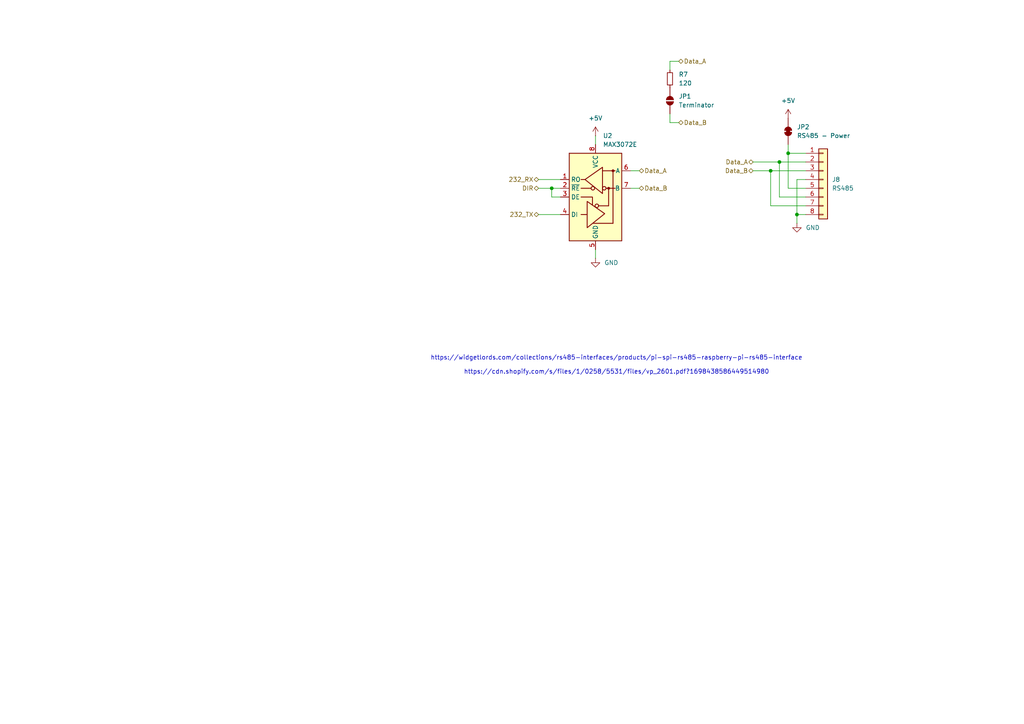
<source format=kicad_sch>
(kicad_sch (version 20250114) (generator "eeschema") (generator_version "9.0")
  (paper "A4")
  (lib_symbols
    (symbol "Connector_Generic:Conn_01x08" (pin_names (offset 1.016) (hide yes))
      (property "Reference" "J" (at 0 10.16 0))
      (property "Value" "Conn_01x08" (at 0 -12.7 0))
      (symbol "Conn_01x08_1_1"
        (rectangle (start -1.27 8.89) (end 1.27 -11.43) (stroke (width 0.254)) (fill (type background)))
        (rectangle (start -1.27 7.747) (end 0 7.493) (stroke (width 0.1524)))
        (rectangle (start -1.27 5.207) (end 0 4.953) (stroke (width 0.1524)))
        (rectangle (start -1.27 2.667) (end 0 2.413) (stroke (width 0.1524)))
        (rectangle (start -1.27 0.127) (end 0 -0.127) (stroke (width 0.1524)))
        (rectangle (start -1.27 -2.413) (end 0 -2.667) (stroke (width 0.1524)))
        (rectangle (start -1.27 -4.953) (end 0 -5.207) (stroke (width 0.1524)))
        (rectangle (start -1.27 -7.493) (end 0 -7.747) (stroke (width 0.1524)))
        (rectangle (start -1.27 -10.033) (end 0 -10.287) (stroke (width 0.1524)))
        (pin passive line (at -5.08 7.62 0) (length 3.81) (name "Pin_1") (number "1"))
        (pin passive line (at -5.08 5.08 0) (length 3.81) (name "Pin_2") (number "2"))
        (pin passive line (at -5.08 2.54 0) (length 3.81) (name "Pin_3") (number "3"))
        (pin passive line (at -5.08 0 0) (length 3.81) (name "Pin_4") (number "4"))
        (pin passive line (at -5.08 -2.54 0) (length 3.81) (name "Pin_5") (number "5"))
        (pin passive line (at -5.08 -5.08 0) (length 3.81) (name "Pin_6") (number "6"))
        (pin passive line (at -5.08 -7.62 0) (length 3.81) (name "Pin_7") (number "7"))
        (pin passive line (at -5.08 -10.16 0) (length 3.81) (name "Pin_8") (number "8"))
      )
    )
    (symbol "Device:R_Small" (pin_numbers (hide yes)) (pin_names (offset 0.254) (hide yes))
      (property "Reference" "R" (at 0 0 90))
      (property "Value" "R_Small" (at 1.778 0 90))
      (symbol "R_Small_0_1"
        (rectangle (start -0.762 1.778) (end 0.762 -1.778) (stroke (width 0.2032)))
      )
      (symbol "R_Small_1_1"
        (pin passive line (at 0 2.54 270) (length 0.762) (name "~") (number "1"))
        (pin passive line (at 0 -2.54 90) (length 0.762) (name "~") (number "2"))
      )
    )
    (symbol "Interface_UART:MAX3072E"
      (property "Reference" "U" (at -7.62 13.97 0))
      (property "Value" "MAX3072E" (at 2.54 13.97 0))
      (symbol "MAX3072E_0_1"
        (rectangle (start -7.62 12.7) (end 7.62 -12.7) (stroke (width 0.254)) (fill (type background)))
        (polyline (pts (xy -4.191 2.54) (xy -1.27 2.54)) (stroke (width 0.254)))
        (polyline (pts (xy -4.191 0) (xy -0.889 0) (xy -0.889 -2.286)) (stroke (width 0.254)))
        (polyline (pts (xy -3.175 5.08) (xy -4.191 5.08) (xy -4.064 5.08)) (stroke (width 0.254)))
        (polyline (pts (xy -2.54 -5.08) (xy -4.191 -5.08)) (stroke (width 0.254)))
        (polyline (pts (xy -2.413 -5.08) (xy -2.413 -1.27) (xy 2.667 -4.826) (xy -2.413 -8.89) (xy -2.413 -5.08)) (stroke (width 0.254)))
        (polyline (pts (xy -0.635 -7.62) (xy 5.08 -7.62)) (stroke (width 0.254)))
        (circle (center 0.381 -2.54) (radius 0.508) (stroke (width 0.254)))
        (polyline (pts (xy 0.889 -2.54) (xy 3.81 -2.54)) (stroke (width 0.254)))
        (polyline (pts (xy 2.032 7.62) (xy 5.715 7.62)) (stroke (width 0.254)))
        (polyline (pts (xy 3.048 2.54) (xy 5.715 2.54)) (stroke (width 0.254)))
        (circle (center 3.81 2.54) (radius 0.2794) (stroke (width 0.254)) (fill (type outline)))
        (polyline (pts (xy 3.81 -2.54) (xy 3.81 2.54)) (stroke (width 0.254)))
        (polyline (pts (xy 5.08 -7.62) (xy 5.08 7.62)) (stroke (width 0.254)))
      )
      (symbol "MAX3072E_1_1"
        (circle (center -0.762 2.54) (radius 0.508) (stroke (width 0.254)))
        (polyline (pts (xy 2.032 4.826) (xy 2.032 8.636) (xy -3.048 5.08) (xy 2.032 1.016) (xy 2.032 4.826)) (stroke (width 0.254)))
        (circle (center 2.54 2.54) (radius 0.508) (stroke (width 0.254)))
        (circle (center 5.08 7.62) (radius 0.2794) (stroke (width 0.254)) (fill (type outline)))
        (pin output line (at -10.16 5.08 0) (length 2.54) (name "RO") (number "1"))
        (pin input line (at -10.16 2.54 0) (length 2.54) (name "~{RE}") (number "2"))
        (pin input line (at -10.16 0 0) (length 2.54) (name "DE") (number "3"))
        (pin input line (at -10.16 -5.08 0) (length 2.54) (name "DI") (number "4"))
        (pin power_in line (at 0 15.24 270) (length 2.54) (name "VCC") (number "8"))
        (pin power_in line (at 0 -15.24 90) (length 2.54) (name "GND") (number "5"))
        (pin bidirectional line (at 10.16 7.62 180) (length 2.54) (name "A") (number "6"))
        (pin bidirectional line (at 10.16 2.54 180) (length 2.54) (name "B") (number "7"))
      )
    )
    (symbol "Jumper:SolderJumper_2_Bridged" (pin_numbers (hide yes)) (pin_names (offset 0) (hide yes)) (in_bom no)
      (property "Reference" "JP" (at 0 2.032 0))
      (property "Value" "SolderJumper_2_Bridged" (at 0 -2.54 0))
      (symbol "SolderJumper_2_Bridged_0_1"
        (rectangle (start -0.508 0.508) (end 0.508 -0.508) (fill (type outline)))
        (polyline (pts (xy -0.254 1.016) (xy -0.254 -1.016)))
        (arc (start -0.254 -1.016) (mid -1.2656 0) (end -0.254 1.016))
        (arc (start -0.254 -1.016) (mid -1.2656 0) (end -0.254 1.016) (fill (type outline)))
        (arc (start 0.254 1.016) (mid 1.2656 0) (end 0.254 -1.016))
        (arc (start 0.254 1.016) (mid 1.2656 0) (end 0.254 -1.016) (fill (type outline)))
        (polyline (pts (xy 0.254 1.016) (xy 0.254 -1.016)))
      )
      (symbol "SolderJumper_2_Bridged_1_1"
        (pin passive line (at -3.81 0 0) (length 2.54) (name "A") (number "1"))
        (pin passive line (at 3.81 0 180) (length 2.54) (name "B") (number "2"))
      )
    )
    (symbol "Jumper:SolderJumper_2_Open" (pin_numbers (hide yes)) (pin_names (offset 0) (hide yes)) (in_bom no)
      (property "Reference" "JP" (at 0 2.032 0))
      (property "Value" "SolderJumper_2_Open" (at 0 -2.54 0))
      (symbol "SolderJumper_2_Open_0_1"
        (polyline (pts (xy -0.254 1.016) (xy -0.254 -1.016)))
        (arc (start -0.254 -1.016) (mid -1.2656 0) (end -0.254 1.016))
        (arc (start -0.254 -1.016) (mid -1.2656 0) (end -0.254 1.016) (fill (type outline)))
        (arc (start 0.254 1.016) (mid 1.2656 0) (end 0.254 -1.016))
        (arc (start 0.254 1.016) (mid 1.2656 0) (end 0.254 -1.016) (fill (type outline)))
        (polyline (pts (xy 0.254 1.016) (xy 0.254 -1.016)))
      )
      (symbol "SolderJumper_2_Open_1_1"
        (pin passive line (at -3.81 0 0) (length 2.54) (name "A") (number "1"))
        (pin passive line (at 3.81 0 180) (length 2.54) (name "B") (number "2"))
      )
    )
    (symbol "power:+5V" (power) (pin_numbers (hide yes)) (pin_names (offset 0) (hide yes))
      (property "Value" "+5V" (at 0 3.556 0))
      (symbol "+5V_0_1"
        (polyline (pts (xy -0.762 1.27) (xy 0 2.54)))
        (polyline (pts (xy 0 2.54) (xy 0.762 1.27)))
        (polyline (pts (xy 0 0) (xy 0 2.54)))
      )
      (symbol "+5V_1_1"
        (pin power_in line (at 0 0 90) (length 0) (name "~") (number "1"))
      )
    )
    (symbol "power:GND" (power) (pin_numbers (hide yes)) (pin_names (offset 0) (hide yes))
      (property "Value" "GND" (at 0 -3.81 0))
      (symbol "GND_0_1"
        (polyline (pts (xy 0 0) (xy 0 -1.27) (xy 1.27 -1.27) (xy 0 -2.54) (xy -1.27 -1.27) (xy 0 -1.27)))
      )
      (symbol "GND_1_1"
        (pin power_in line (at 0 0 270) (length 0) (name "~") (number "1"))
      )
    )
  )
  (text "https://widgetlords.com/collections/rs485-interfaces/products/pi-spi-rs485-raspberry-pi-rs485-interface\n\nhttps://cdn.shopify.com/s/files/1/0258/5531/files/vp_2601.pdf?1698438586449514980" (at 178.816 105.918 0) (effects (font (size 1.27 1.27))))
  (junction (at 223.52 49.53))
  (junction (at 231.14 62.23))
  (junction (at 226.06 46.99))
  (junction (at 228.6 44.45))
  (junction (at 160.02 54.61))
  (wire (pts (xy 223.52 49.53) (xy 233.68 49.53)))
  (wire (pts (xy 233.68 59.69) (xy 223.52 59.69)))
  (wire (pts (xy 228.6 44.45) (xy 233.68 44.45)))
  (wire (pts (xy 228.6 44.45) (xy 228.6 41.91)))
  (wire (pts (xy 233.68 62.23) (xy 231.14 62.23)))
  (wire (pts (xy 218.44 46.99) (xy 226.06 46.99)))
  (wire (pts (xy 172.72 39.37) (xy 172.72 41.91)))
  (wire (pts (xy 160.02 54.61) (xy 160.02 57.15)))
  (wire (pts (xy 223.52 49.53) (xy 223.52 59.69)))
  (wire (pts (xy 233.68 52.07) (xy 231.14 52.07)))
  (wire (pts (xy 182.88 49.53) (xy 185.42 49.53)))
  (wire (pts (xy 233.68 57.15) (xy 226.06 57.15)))
  (wire (pts (xy 156.21 54.61) (xy 160.02 54.61)))
  (wire (pts (xy 228.6 54.61) (xy 228.6 44.45)))
  (wire (pts (xy 160.02 54.61) (xy 162.56 54.61)))
  (wire (pts (xy 226.06 46.99) (xy 233.68 46.99)))
  (wire (pts (xy 196.85 17.78) (xy 194.31 17.78)))
  (wire (pts (xy 233.68 54.61) (xy 228.6 54.61)))
  (wire (pts (xy 231.14 52.07) (xy 231.14 62.23)))
  (wire (pts (xy 182.88 54.61) (xy 185.42 54.61)))
  (wire (pts (xy 172.72 72.39) (xy 172.72 74.93)))
  (wire (pts (xy 194.31 35.56) (xy 194.31 33.02)))
  (wire (pts (xy 194.31 17.78) (xy 194.31 20.32)))
  (wire (pts (xy 196.85 35.56) (xy 194.31 35.56)))
  (wire (pts (xy 231.14 62.23) (xy 231.14 64.77)))
  (wire (pts (xy 218.44 49.53) (xy 223.52 49.53)))
  (wire (pts (xy 156.21 52.07) (xy 162.56 52.07)))
  (wire (pts (xy 162.56 57.15) (xy 160.02 57.15)))
  (wire (pts (xy 156.21 62.23) (xy 162.56 62.23)))
  (wire (pts (xy 226.06 57.15) (xy 226.06 46.99)))
  (hierarchical_label "232_TX" (shape bidirectional) (at 156.21 62.23 180))
  (hierarchical_label "Data_A" (shape bidirectional) (at 218.44 46.99 180))
  (hierarchical_label "Data_A" (shape bidirectional) (at 185.42 49.53 0))
  (hierarchical_label "Data_B" (shape bidirectional) (at 218.44 49.53 180))
  (hierarchical_label "Data_B" (shape bidirectional) (at 185.42 54.61 0))
  (hierarchical_label "Data_A" (shape bidirectional) (at 196.85 17.78 0))
  (hierarchical_label "Data_B" (shape bidirectional) (at 196.85 35.56 0))
  (hierarchical_label "232_RX" (shape bidirectional) (at 156.21 52.07 180))
  (hierarchical_label "DIR" (shape bidirectional) (at 156.21 54.61 180))
  (symbol (lib_id "power:+5V") (at 172.72 39.37 0) (unit 1)
    (property "Reference" "#PWR031" (effects (hide yes)))
    (property "Value" "+5V" (at 172.72 34.29 0))
    (property "Description" "Power symbol creates a global label with name \"+5V\"" (effects (hide yes)))
  )
  (symbol (lib_id "Interface_UART:MAX3072E") (at 172.72 57.15 0) (unit 1)
    (property "Reference" "U2" (at 174.8633 39.37 0) (effects (justify left)))
    (property "Value" "MAX3072E" (at 174.8633 41.91 0) (effects (justify left)))
    (property "Footprint" "Package_SO:SOIC-8_3.9x4.9mm_P1.27mm" (effects (hide yes)))
    (property "Datasheet" "https://datasheets.maximintegrated.com/en/ds/MAX3070E-MAX3079E.pdf" (effects (hide yes)))
    (property "Description" "+3.3V, ±15kV ESD-Protected, Fail-Safe, Hot-Swap, RS-485/RS-422 Transceivers, SOIC-8" (effects (hide yes)))
  )
  (symbol (lib_id "Device:R_Small") (at 194.31 22.86 0) (unit 1)
    (property "Reference" "R7" (at 196.85 21.5899 0) (effects (justify left)))
    (property "Value" "120" (at 196.85 24.1299 0) (effects (justify left)))
    (property "Footprint" "Resistor_SMD:R_0805_2012Metric_Pad1.20x1.40mm_HandSolder" (effects (hide yes)))
    (property "Description" "Resistor, small symbol" (effects (hide yes)))
  )
  (symbol (lib_id "Jumper:SolderJumper_2_Bridged") (at 228.6 38.1 90) (unit 1) (in_bom no)
    (property "Reference" "JP2" (at 231.14 36.8299 90) (effects (justify right)))
    (property "Value" "RS485 - Power" (at 231.14 39.3699 90) (effects (justify right)))
    (property "Footprint" "Jumper:SolderJumper-2_P1.3mm_Bridged_RoundedPad1.0x1.5mm" (effects (hide yes)))
    (property "Description" "Solder Jumper, 2-pole, closed/bridged" (effects (hide yes)))
  )
  (symbol (lib_id "power:GND") (at 231.14 64.77 0) (unit 1)
    (property "Reference" "#PWR034" (effects (hide yes)))
    (property "Value" "GND" (at 233.68 66.0399 0) (effects (justify left)))
    (property "Description" "Power symbol creates a global label with name \"GND\" , ground" (effects (hide yes)))
  )
  (symbol (lib_id "Connector_Generic:Conn_01x08") (at 238.76 52.07 0) (unit 1)
    (property "Reference" "J8" (at 241.3 52.0699 0) (effects (justify left)))
    (property "Value" "RS485" (at 241.3 54.6099 0) (effects (justify left)))
    (property "Footprint" "Connector_Molex:Molex_Nano-Fit_105309-xx08_1x08_P2.50mm_Vertical" (effects (hide yes)))
    (property "Description" "Generic connector, single row, 01x08, script generated (kicad-library-utils/schlib/autogen/connector/)" (effects (hide yes)))
  )
  (symbol (lib_id "Jumper:SolderJumper_2_Open") (at 194.31 29.21 90) (unit 1) (in_bom no)
    (property "Reference" "JP1" (at 196.85 27.9399 90) (effects (justify right)))
    (property "Value" "Terminator" (at 196.85 30.4799 90) (effects (justify right)))
    (property "Footprint" "Jumper:SolderJumper-2_P1.3mm_Open_RoundedPad1.0x1.5mm" (effects (hide yes)))
    (property "Description" "Solder Jumper, 2-pole, open" (effects (hide yes)))
  )
  (symbol (lib_id "power:+5V") (at 228.6 34.29 0) (unit 1)
    (property "Reference" "#PWR033" (effects (hide yes)))
    (property "Value" "+5V" (at 228.6 29.21 0))
    (property "Description" "Power symbol creates a global label with name \"+5V\"" (effects (hide yes)))
  )
  (symbol (lib_id "power:GND") (at 172.72 74.93 0) (unit 1)
    (property "Reference" "#PWR032" (effects (hide yes)))
    (property "Value" "GND" (at 175.26 76.1999 0) (effects (justify left)))
    (property "Description" "Power symbol creates a global label with name \"GND\" , ground" (effects (hide yes)))
  )
)
</source>
